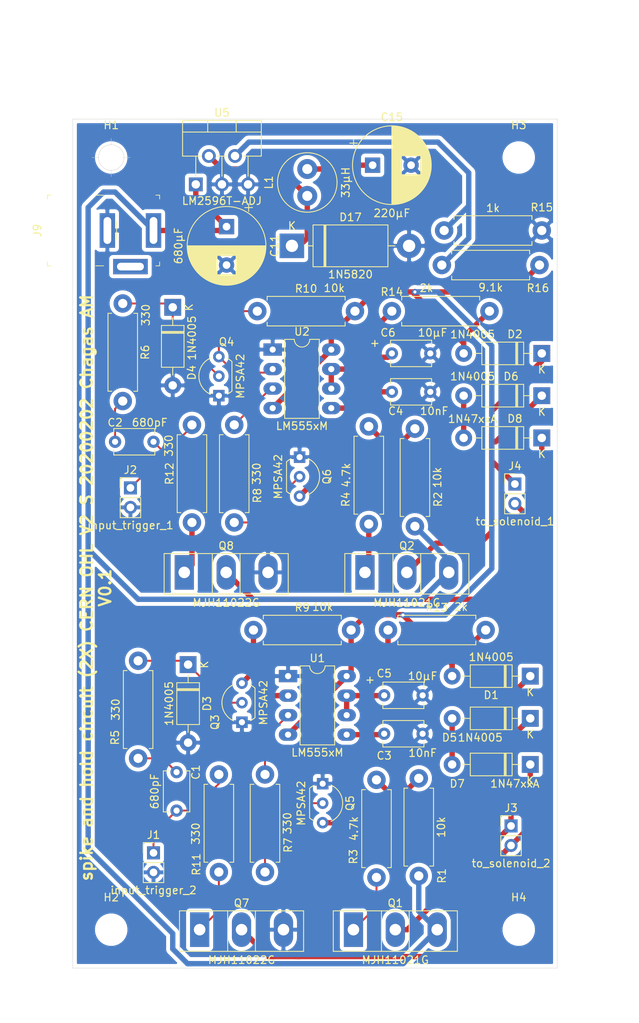
<source format=kicad_pcb>
(kicad_pcb (version 20171130) (host pcbnew 5.1.10-88a1d61d58~88~ubuntu20.04.1)
  (layers (0 F.Cu signal) (31 B.Cu signal) (34 B.Paste user) (35 F.Paste user) (36 B.SilkS user) (37 F.SilkS user) (38 B.Mask user) (39 F.Mask user) (44 Edge.Cuts user))
  (net 0 "")
  (net 1 "Net-(C1-Pad1)")
  (net 2 input_trigger2)
  (net 3 "Net-(C2-Pad1)")
  (net 4 input_trigger1)
  (net 5 "Net-(C3-Pad2)")
  (net 6 GND)
  (net 7 "Net-(C4-Pad2)")
  (net 8 "Net-(C5-Pad1)")
  (net 9 "Net-(C6-Pad1)")
  (net 10 +24V)
  (net 11 +12V)
  (net 12 "Net-(D1-Pad1)")
  (net 13 "Net-(D2-Pad1)")
  (net 14 "Net-(D3-Pad1)")
  (net 15 "Net-(D4-Pad1)")
  (net 16 "Net-(D5-Pad2)")
  (net 17 "Net-(D6-Pad2)")
  (net 18 "Net-(D7-Pad1)")
  (net 19 "Net-(D8-Pad1)")
  (net 20 "Net-(D17-Pad1)")
  (net 21 "Net-(Q1-Pad1)")
  (net 22 "Net-(Q2-Pad1)")
  (net 23 "Net-(Q7-Pad1)")
  (net 24 "Net-(Q8-Pad1)")
  (net 25 "Net-(Q5-Pad3)")
  (net 26 "Net-(Q6-Pad3)")
  (net 27 timed_trigger2)
  (net 28 "Net-(Q5-Pad2)")
  (net 29 "Net-(Q6-Pad2)")
  (net 30 timed_trigger1)
  (net 31 "Net-(Q3-Pad3)")
  (net 32 "Net-(Q4-Pad3)")
  (net 33 "Net-(R15-Pad2)")
  (module MountingHole:MountingHole_3.2mm_M3 (layer F.Cu) (at 162 37.5)
    (fp_text reference H3 (at 0 -4.2) (layer F.SilkS))
    (fp_text value MountingHole hide)
    (pad 1 np_thru_hole circle (at 0 0) (size 3.2 3.2) (drill 3.2) (layers *.Cu *.Mask))
  )
  (module Diode_THT:D_DO-41_SOD81_P10.16mm_Horizontal (layer F.Cu) (at 117 57 270)
    (fp_text reference D4 (at 8.5 -2.47 90) (layer F.SilkS))
    (fp_text value 1N4005 (at 4 -2.5 90) (layer F.SilkS))
    (fp_text user K (at 0 -2.1 90) (layer F.SilkS))
    (pad 1 thru_hole rect (at 0 0 270) (size 2.2 2.2) (drill 1.1) (layers *.Cu *.Mask) (net 15 "Net-(D4-Pad1)"))
    (pad 2 thru_hole oval (at 10.16 0 270) (size 2.2 2.2) (drill 1.1) (layers *.Cu *.Mask) (net 6 GND))
  )
  (module Capacitor_THT:C_Disc_D5.1mm_W3.2mm_P5.00mm (layer F.Cu) (at 117.5 117.5 270)
    (fp_text reference C1 (at 0 -2.5 90) (layer F.SilkS))
    (fp_text value 680pF (at 2.5 2.85 90) (layer F.SilkS))
    (pad 1 thru_hole circle (at 0 0 270) (size 1.6 1.6) (drill 0.8) (layers *.Cu *.Mask) (net 1 "Net-(C1-Pad1)"))
    (pad 2 thru_hole circle (at 5 0 270) (size 1.6 1.6) (drill 0.8) (layers *.Cu *.Mask) (net 2 input_trigger2))
  )
  (module Capacitor_THT:C_Disc_D5.1mm_W3.2mm_P5.00mm (layer F.Cu) (at 109.5 74.5)
    (fp_text reference C2 (at 0 -2.5) (layer F.SilkS))
    (fp_text value 680pF (at 4.5 -2.5) (layer F.SilkS))
    (pad 1 thru_hole circle (at 0 0) (size 1.6 1.6) (drill 0.8) (layers *.Cu *.Mask) (net 3 "Net-(C2-Pad1)"))
    (pad 2 thru_hole circle (at 5 0) (size 1.6 1.6) (drill 0.8) (layers *.Cu *.Mask) (net 4 input_trigger1))
  )
  (module Capacitor_THT:C_Disc_D5.1mm_W3.2mm_P5.00mm (layer F.Cu) (at 149.5 112.5 180)
    (fp_text reference C3 (at 5 -2.85) (layer F.SilkS))
    (fp_text value 10nF (at 0 -2.5) (layer F.SilkS))
    (pad 2 thru_hole circle (at 5 0 180) (size 1.6 1.6) (drill 0.8) (layers *.Cu *.Mask) (net 5 "Net-(C3-Pad2)"))
    (pad 1 thru_hole circle (at 0 0 180) (size 1.6 1.6) (drill 0.8) (layers *.Cu *.Mask) (net 6 GND))
  )
  (module Capacitor_THT:C_Disc_D5.1mm_W3.2mm_P5.00mm (layer F.Cu) (at 150.5 68 180)
    (fp_text reference C4 (at 4.5 -2.5) (layer F.SilkS))
    (fp_text value 10nF (at -0.5 -2.5) (layer F.SilkS))
    (pad 2 thru_hole circle (at 5 0 180) (size 1.6 1.6) (drill 0.8) (layers *.Cu *.Mask) (net 7 "Net-(C4-Pad2)"))
    (pad 1 thru_hole circle (at 0 0 180) (size 1.6 1.6) (drill 0.8) (layers *.Cu *.Mask) (net 6 GND))
  )
  (module Capacitor_THT:C_Disc_D5.1mm_W3.2mm_P5.00mm (layer F.Cu) (at 144.5 107.5)
    (fp_text reference C5 (at 0 -2.85) (layer F.SilkS))
    (fp_text value 10µF (at 5 -2.5) (layer F.SilkS))
    (pad 1 thru_hole circle (at 0 0) (size 1.6 1.6) (drill 0.8) (layers *.Cu *.Mask) (net 8 "Net-(C5-Pad1)"))
    (pad 2 thru_hole circle (at 5 0) (size 1.6 1.6) (drill 0.8) (layers *.Cu *.Mask) (net 6 GND))
  )
  (module Capacitor_THT:C_Disc_D5.1mm_W3.2mm_P5.00mm (layer F.Cu) (at 145.5 63)
    (fp_text reference C6 (at -0.5 -2.7) (layer F.SilkS))
    (fp_text value 10µF (at 5.3 -2.7) (layer F.SilkS))
    (pad 2 thru_hole circle (at 5 0) (size 1.6 1.6) (drill 0.8) (layers *.Cu *.Mask) (net 6 GND))
    (pad 1 thru_hole circle (at 0 0) (size 1.6 1.6) (drill 0.8) (layers *.Cu *.Mask) (net 9 "Net-(C6-Pad1)"))
  )
  (module Capacitor_THT:CP_Radial_D10.0mm_P5.00mm (layer F.Cu) (at 124 46.5 270)
    (fp_text reference C11 (at 2.5 -6.25 90) (layer F.SilkS))
    (fp_text value 680µF (at 2.5 6.25 90) (layer F.SilkS))
    (pad 2 thru_hole circle (at 5 0 270) (size 2 2) (drill 1) (layers *.Cu *.Mask) (net 6 GND))
    (pad 1 thru_hole rect (at 0 0 270) (size 2 2) (drill 1) (layers *.Cu *.Mask) (net 10 +24V))
  )
  (module Capacitor_THT:CP_Radial_D10.0mm_P5.00mm (layer F.Cu) (at 143 38.5)
    (fp_text reference C15 (at 2.5 -6.25) (layer F.SilkS))
    (fp_text value 220µF (at 2.5 6.25) (layer F.SilkS))
    (pad 1 thru_hole rect (at 0 0) (size 2 2) (drill 1) (layers *.Cu *.Mask) (net 11 +12V))
    (pad 2 thru_hole circle (at 5 0) (size 2 2) (drill 1) (layers *.Cu *.Mask) (net 6 GND))
  )
  (module Diode_THT:D_DO-41_SOD81_P10.16mm_Horizontal (layer F.Cu) (at 163.5 105 180)
    (fp_text reference D1 (at 5.08 -2.47) (layer F.SilkS))
    (fp_text value 1N4005 (at 5.08 2.47) (layer F.SilkS))
    (fp_text user K (at 0 -2.1) (layer F.SilkS))
    (pad 2 thru_hole oval (at 10.16 0 180) (size 2.2 2.2) (drill 1.1) (layers *.Cu *.Mask) (net 11 +12V))
    (pad 1 thru_hole rect (at 0 0 180) (size 2.2 2.2) (drill 1.1) (layers *.Cu *.Mask) (net 12 "Net-(D1-Pad1)"))
  )
  (module Diode_THT:D_DO-41_SOD81_P10.16mm_Horizontal (layer F.Cu) (at 165 63 180)
    (fp_text reference D2 (at 3.5 2.5) (layer F.SilkS))
    (fp_text value 1N4005 (at 9 2.47) (layer F.SilkS))
    (fp_text user K (at 0 -2.1) (layer F.SilkS))
    (pad 1 thru_hole rect (at 0 0 180) (size 2.2 2.2) (drill 1.1) (layers *.Cu *.Mask) (net 13 "Net-(D2-Pad1)"))
    (pad 2 thru_hole oval (at 10.16 0 180) (size 2.2 2.2) (drill 1.1) (layers *.Cu *.Mask) (net 11 +12V))
  )
  (module Diode_THT:D_DO-41_SOD81_P10.16mm_Horizontal (layer F.Cu) (at 119 103.5 270)
    (fp_text reference D3 (at 5.08 -2.47 90) (layer F.SilkS))
    (fp_text value 1N4005 (at 5.08 2.47 90) (layer F.SilkS))
    (fp_text user K (at 0 -2.1 90) (layer F.SilkS))
    (pad 2 thru_hole oval (at 10.16 0 270) (size 2.2 2.2) (drill 1.1) (layers *.Cu *.Mask) (net 6 GND))
    (pad 1 thru_hole rect (at 0 0 270) (size 2.2 2.2) (drill 1.1) (layers *.Cu *.Mask) (net 14 "Net-(D3-Pad1)"))
  )
  (module Diode_THT:D_DO-41_SOD81_P10.16mm_Horizontal (layer F.Cu) (at 163.5 110.5 180)
    (fp_text reference D5 (at 10.5 -2.5) (layer F.SilkS))
    (fp_text value 1N4005 (at 6.5 -2.5) (layer F.SilkS))
    (fp_text user K (at 0 -2.1) (layer F.SilkS))
    (pad 2 thru_hole oval (at 10.16 0 180) (size 2.2 2.2) (drill 1.1) (layers *.Cu *.Mask) (net 16 "Net-(D5-Pad2)"))
    (pad 1 thru_hole rect (at 0 0 180) (size 2.2 2.2) (drill 1.1) (layers *.Cu *.Mask) (net 12 "Net-(D1-Pad1)"))
  )
  (module Diode_THT:D_DO-41_SOD81_P10.16mm_Horizontal (layer F.Cu) (at 165 68.5 180)
    (fp_text reference D6 (at 4 2.5) (layer F.SilkS))
    (fp_text value 1N4005 (at 9 2.5) (layer F.SilkS))
    (fp_text user K (at 0 -2.1) (layer F.SilkS))
    (pad 2 thru_hole oval (at 10.16 0 180) (size 2.2 2.2) (drill 1.1) (layers *.Cu *.Mask) (net 17 "Net-(D6-Pad2)"))
    (pad 1 thru_hole rect (at 0 0 180) (size 2.2 2.2) (drill 1.1) (layers *.Cu *.Mask) (net 13 "Net-(D2-Pad1)"))
  )
  (module Diode_THT:D_DO-41_SOD81_P10.16mm_Horizontal (layer F.Cu) (at 163.5 116.5 180)
    (fp_text reference D7 (at 9.5 -2.5) (layer F.SilkS))
    (fp_text value 1N47xxA (at 2 -2.5) (layer F.SilkS))
    (fp_text user K (at 0 -2.1) (layer F.SilkS))
    (pad 1 thru_hole rect (at 0 0 180) (size 2.2 2.2) (drill 1.1) (layers *.Cu *.Mask) (net 18 "Net-(D7-Pad1)"))
    (pad 2 thru_hole oval (at 10.16 0 180) (size 2.2 2.2) (drill 1.1) (layers *.Cu *.Mask) (net 16 "Net-(D5-Pad2)"))
  )
  (module Diode_THT:D_DO-41_SOD81_P10.16mm_Horizontal (layer F.Cu) (at 165 74 180)
    (fp_text reference D8 (at 3.5 2.5) (layer F.SilkS))
    (fp_text value 1N47xxA (at 9 2.47) (layer F.SilkS))
    (fp_text user K (at 0 -2.1) (layer F.SilkS))
    (pad 2 thru_hole oval (at 10.16 0 180) (size 2.2 2.2) (drill 1.1) (layers *.Cu *.Mask) (net 17 "Net-(D6-Pad2)"))
    (pad 1 thru_hole rect (at 0 0 180) (size 2.2 2.2) (drill 1.1) (layers *.Cu *.Mask) (net 19 "Net-(D8-Pad1)"))
  )
  (module Diode_THT:D_DO-201AD_P15.24mm_Horizontal (layer F.Cu) (at 132.5 49)
    (fp_text reference D17 (at 7.62 -3.72) (layer F.SilkS))
    (fp_text value 1N5820 (at 7.62 3.72) (layer F.SilkS))
    (fp_text user K (at 0 -2.6) (layer F.SilkS))
    (pad 1 thru_hole rect (at 0 0) (size 3.2 3.2) (drill 1.6) (layers *.Cu *.Mask) (net 20 "Net-(D17-Pad1)"))
    (pad 2 thru_hole oval (at 15.24 0) (size 3.2 3.2) (drill 1.6) (layers *.Cu *.Mask) (net 6 GND))
  )
  (module Connector_PinHeader_2.54mm:PinHeader_1x02_P2.54mm_Vertical (layer F.Cu) (at 114.5 128)
    (fp_text reference J1 (at 0 -2.33) (layer F.SilkS))
    (fp_text value input_trigger_2 (at 0 4.87) (layer F.SilkS))
    (pad 1 thru_hole rect (at 0 0) (size 1.7 1.7) (drill 1) (layers *.Cu *.Mask) (net 2 input_trigger2))
    (pad 2 thru_hole oval (at 0 2.54) (size 1.7 1.7) (drill 1) (layers *.Cu *.Mask) (net 6 GND))
  )
  (module Connector_PinHeader_2.54mm:PinHeader_1x02_P2.54mm_Vertical (layer F.Cu) (at 111.5 80.5)
    (fp_text reference J2 (at 0 -2.33) (layer F.SilkS))
    (fp_text value input_trigger_1 (at 0 4.87) (layer F.SilkS))
    (pad 1 thru_hole rect (at 0 0) (size 1.7 1.7) (drill 1) (layers *.Cu *.Mask) (net 4 input_trigger1))
    (pad 2 thru_hole oval (at 0 2.54) (size 1.7 1.7) (drill 1) (layers *.Cu *.Mask) (net 6 GND))
  )
  (module Connector_PinHeader_2.54mm:PinHeader_1x02_P2.54mm_Vertical (layer F.Cu) (at 161 124.5)
    (fp_text reference J3 (at 0 -2.33) (layer F.SilkS))
    (fp_text value to_solenoid_2 (at 0 4.87) (layer F.SilkS))
    (pad 1 thru_hole rect (at 0 0) (size 1.7 1.7) (drill 1) (layers *.Cu *.Mask) (net 12 "Net-(D1-Pad1)"))
    (pad 2 thru_hole oval (at 0 2.54) (size 1.7 1.7) (drill 1) (layers *.Cu *.Mask) (net 18 "Net-(D7-Pad1)"))
  )
  (module Connector_PinHeader_2.54mm:PinHeader_1x02_P2.54mm_Vertical (layer F.Cu) (at 161.5 80)
    (fp_text reference J4 (at 0 -2.33) (layer F.SilkS))
    (fp_text value to_solenoid_1 (at 0 4.87) (layer F.SilkS))
    (pad 2 thru_hole oval (at 0 2.54) (size 1.7 1.7) (drill 1) (layers *.Cu *.Mask) (net 19 "Net-(D8-Pad1)"))
    (pad 1 thru_hole rect (at 0 0) (size 1.7 1.7) (drill 1) (layers *.Cu *.Mask) (net 13 "Net-(D2-Pad1)"))
  )
  (module digikey:Barrel_Jack_5.5mmODx2.1mmID_PJ-202A (layer F.Cu) (at 111.5 47 90)
    (fp_text reference J9 (at 0 -12.1 90) (layer F.SilkS))
    (fp_text value Barrel_Jack_MountingPin hide)
    (pad 3 thru_hole rect (at -4.7 0 90) (size 2 4.5) (drill oval 1 3.5) (layers *.Cu *.Mask))
    (pad 1 thru_hole rect (at 0 3 90) (size 4.5 2) (drill oval 3.5 1) (layers *.Cu *.Mask) (net 10 +24V))
    (pad 2 thru_hole rect (at 0 -3 90) (size 4.5 2) (drill oval 3.5 1) (layers *.Cu *.Mask) (net 6 GND))
  )
  (module Inductor_THT:L_Radial_D7.5mm_P3.50mm_Fastron_07P (layer F.Cu) (at 134.5 42.5 90)
    (fp_text reference L1 (at 1.75 -5 90) (layer F.SilkS))
    (fp_text value 33µH (at 1.75 5 90) (layer F.SilkS))
    (pad 1 thru_hole circle (at 0 0 90) (size 2.6 2.6) (drill 1.3) (layers *.Cu *.Mask) (net 20 "Net-(D17-Pad1)"))
    (pad 2 thru_hole circle (at 3.5 0 90) (size 2.6 2.6) (drill 1.3) (layers *.Cu *.Mask) (net 11 +12V))
  )
  (module Package_TO_SOT_THT:TO-247-3_Vertical (layer F.Cu) (at 140.5 138)
    (fp_text reference Q1 (at 5.45 -3.45) (layer F.SilkS))
    (fp_text value MJH11021G (at 5.45 3.95) (layer F.SilkS))
    (pad 3 thru_hole oval (at 10.9 0) (size 2.5 4.5) (drill 1.5) (layers *.Cu *.Mask) (net 10 +24V))
    (pad 2 thru_hole oval (at 5.45 0) (size 2.5 4.5) (drill 1.5) (layers *.Cu *.Mask) (net 12 "Net-(D1-Pad1)"))
    (pad 1 thru_hole rect (at 0 0) (size 2.5 4.5) (drill 1.5) (layers *.Cu *.Mask) (net 21 "Net-(Q1-Pad1)"))
  )
  (module Package_TO_SOT_THT:TO-247-3_Vertical (layer F.Cu) (at 142 91.5)
    (fp_text reference Q2 (at 5.45 -3.45) (layer F.SilkS))
    (fp_text value MJH11021G (at 5.45 3.95) (layer F.SilkS))
    (pad 1 thru_hole rect (at 0 0) (size 2.5 4.5) (drill 1.5) (layers *.Cu *.Mask) (net 22 "Net-(Q2-Pad1)"))
    (pad 2 thru_hole oval (at 5.45 0) (size 2.5 4.5) (drill 1.5) (layers *.Cu *.Mask) (net 13 "Net-(D2-Pad1)"))
    (pad 3 thru_hole oval (at 10.9 0) (size 2.5 4.5) (drill 1.5) (layers *.Cu *.Mask) (net 10 +24V))
  )
  (module Package_TO_SOT_THT:TO-247-3_Vertical (layer F.Cu) (at 120.5 138)
    (fp_text reference Q7 (at 5.45 -3.45) (layer F.SilkS))
    (fp_text value MJH11022G (at 5.45 3.95) (layer F.SilkS))
    (pad 3 thru_hole oval (at 10.9 0) (size 2.5 4.5) (drill 1.5) (layers *.Cu *.Mask) (net 6 GND))
    (pad 2 thru_hole oval (at 5.45 0) (size 2.5 4.5) (drill 1.5) (layers *.Cu *.Mask) (net 18 "Net-(D7-Pad1)"))
    (pad 1 thru_hole rect (at 0 0) (size 2.5 4.5) (drill 1.5) (layers *.Cu *.Mask) (net 23 "Net-(Q7-Pad1)"))
  )
  (module Package_TO_SOT_THT:TO-247-3_Vertical (layer F.Cu) (at 118.5 91.5)
    (fp_text reference Q8 (at 5.45 -3.45) (layer F.SilkS))
    (fp_text value MJH11022G (at 5.45 3.95) (layer F.SilkS))
    (pad 3 thru_hole oval (at 10.9 0) (size 2.5 4.5) (drill 1.5) (layers *.Cu *.Mask) (net 6 GND))
    (pad 2 thru_hole oval (at 5.45 0) (size 2.5 4.5) (drill 1.5) (layers *.Cu *.Mask) (net 19 "Net-(D8-Pad1)"))
    (pad 1 thru_hole rect (at 0 0) (size 2.5 4.5) (drill 1.5) (layers *.Cu *.Mask) (net 24 "Net-(Q8-Pad1)"))
  )
  (module Resistor_THT:R_Axial_DIN0411_L9.9mm_D3.6mm_P12.70mm_Horizontal (layer F.Cu) (at 149 131 90)
    (fp_text reference R1 (at 0 3 90) (layer F.SilkS))
    (fp_text value 10k (at 6.35 2.92 90) (layer F.SilkS))
    (pad 1 thru_hole circle (at 0 0 90) (size 2.4 2.4) (drill 1.2) (layers *.Cu *.Mask) (net 10 +24V))
    (pad 2 thru_hole oval (at 12.7 0 90) (size 2.4 2.4) (drill 1.2) (layers *.Cu *.Mask) (net 25 "Net-(Q5-Pad3)"))
  )
  (module Resistor_THT:R_Axial_DIN0411_L9.9mm_D3.6mm_P12.70mm_Horizontal (layer F.Cu) (at 148.5 85.5 90)
    (fp_text reference R2 (at 3.5 3 90) (layer F.SilkS))
    (fp_text value 10k (at 6.35 2.92 90) (layer F.SilkS))
    (pad 2 thru_hole oval (at 12.7 0 90) (size 2.4 2.4) (drill 1.2) (layers *.Cu *.Mask) (net 26 "Net-(Q6-Pad3)"))
    (pad 1 thru_hole circle (at 0 0 90) (size 2.4 2.4) (drill 1.2) (layers *.Cu *.Mask) (net 10 +24V))
  )
  (module Resistor_THT:R_Axial_DIN0411_L9.9mm_D3.6mm_P12.70mm_Horizontal (layer F.Cu) (at 143.5 118.5 270)
    (fp_text reference R3 (at 10 3 90) (layer F.SilkS))
    (fp_text value 4.7k (at 6.35 2.92 90) (layer F.SilkS))
    (pad 2 thru_hole oval (at 12.7 0 270) (size 2.4 2.4) (drill 1.2) (layers *.Cu *.Mask) (net 21 "Net-(Q1-Pad1)"))
    (pad 1 thru_hole circle (at 0 0 270) (size 2.4 2.4) (drill 1.2) (layers *.Cu *.Mask) (net 25 "Net-(Q5-Pad3)"))
  )
  (module Resistor_THT:R_Axial_DIN0411_L9.9mm_D3.6mm_P12.70mm_Horizontal (layer F.Cu) (at 142.5 72.5 270)
    (fp_text reference R4 (at 9.5 3 90) (layer F.SilkS))
    (fp_text value 4.7k (at 6.35 2.92 90) (layer F.SilkS))
    (pad 1 thru_hole circle (at 0 0 270) (size 2.4 2.4) (drill 1.2) (layers *.Cu *.Mask) (net 26 "Net-(Q6-Pad3)"))
    (pad 2 thru_hole oval (at 12.7 0 270) (size 2.4 2.4) (drill 1.2) (layers *.Cu *.Mask) (net 22 "Net-(Q2-Pad1)"))
  )
  (module Resistor_THT:R_Axial_DIN0411_L9.9mm_D3.6mm_P12.70mm_Horizontal (layer F.Cu) (at 112.5 103 270)
    (fp_text reference R5 (at 10 3 90) (layer F.SilkS))
    (fp_text value 330 (at 6.35 2.92 90) (layer F.SilkS))
    (pad 2 thru_hole oval (at 12.7 0 270) (size 2.4 2.4) (drill 1.2) (layers *.Cu *.Mask) (net 1 "Net-(C1-Pad1)"))
    (pad 1 thru_hole circle (at 0 0 270) (size 2.4 2.4) (drill 1.2) (layers *.Cu *.Mask) (net 14 "Net-(D3-Pad1)"))
  )
  (module Resistor_THT:R_Axial_DIN0411_L9.9mm_D3.6mm_P12.70mm_Horizontal (layer F.Cu) (at 110.5 56.5 270)
    (fp_text reference R6 (at 6.35 -2.92 90) (layer F.SilkS))
    (fp_text value 330 (at 1.5 -3 90) (layer F.SilkS))
    (pad 1 thru_hole circle (at 0 0 270) (size 2.4 2.4) (drill 1.2) (layers *.Cu *.Mask) (net 15 "Net-(D4-Pad1)"))
    (pad 2 thru_hole oval (at 12.7 0 270) (size 2.4 2.4) (drill 1.2) (layers *.Cu *.Mask) (net 3 "Net-(C2-Pad1)"))
  )
  (module Resistor_THT:R_Axial_DIN0411_L9.9mm_D3.6mm_P12.70mm_Horizontal (layer F.Cu) (at 129 130.5 90)
    (fp_text reference R7 (at 3.5 3 90) (layer F.SilkS))
    (fp_text value 330 (at 6.35 2.92 90) (layer F.SilkS))
    (pad 2 thru_hole oval (at 12.7 0 90) (size 2.4 2.4) (drill 1.2) (layers *.Cu *.Mask) (net 27 timed_trigger2))
    (pad 1 thru_hole circle (at 0 0 90) (size 2.4 2.4) (drill 1.2) (layers *.Cu *.Mask) (net 28 "Net-(Q5-Pad2)"))
  )
  (module Resistor_THT:R_Axial_DIN0411_L9.9mm_D3.6mm_P12.70mm_Horizontal (layer F.Cu) (at 125 85 90)
    (fp_text reference R8 (at 3.5 3 90) (layer F.SilkS))
    (fp_text value 330 (at 6.35 2.92 90) (layer F.SilkS))
    (pad 1 thru_hole circle (at 0 0 90) (size 2.4 2.4) (drill 1.2) (layers *.Cu *.Mask) (net 29 "Net-(Q6-Pad2)"))
    (pad 2 thru_hole oval (at 12.7 0 90) (size 2.4 2.4) (drill 1.2) (layers *.Cu *.Mask) (net 30 timed_trigger1))
  )
  (module Resistor_THT:R_Axial_DIN0411_L9.9mm_D3.6mm_P12.70mm_Horizontal (layer F.Cu) (at 127.5 99)
    (fp_text reference R9 (at 6.35 -2.92) (layer F.SilkS))
    (fp_text value 10k (at 9 -3) (layer F.SilkS))
    (pad 1 thru_hole circle (at 0 0) (size 2.4 2.4) (drill 1.2) (layers *.Cu *.Mask) (net 31 "Net-(Q3-Pad3)"))
    (pad 2 thru_hole oval (at 12.7 0) (size 2.4 2.4) (drill 1.2) (layers *.Cu *.Mask) (net 11 +12V))
  )
  (module Resistor_THT:R_Axial_DIN0411_L9.9mm_D3.6mm_P12.70mm_Horizontal (layer F.Cu) (at 128 57.5)
    (fp_text reference R10 (at 6.35 -2.92) (layer F.SilkS))
    (fp_text value 10k (at 10 -3) (layer F.SilkS))
    (pad 2 thru_hole oval (at 12.7 0) (size 2.4 2.4) (drill 1.2) (layers *.Cu *.Mask) (net 11 +12V))
    (pad 1 thru_hole circle (at 0 0) (size 2.4 2.4) (drill 1.2) (layers *.Cu *.Mask) (net 32 "Net-(Q4-Pad3)"))
  )
  (module Resistor_THT:R_Axial_DIN0411_L9.9mm_D3.6mm_P12.70mm_Horizontal (layer F.Cu) (at 123 130.5 90)
    (fp_text reference R11 (at 1 -2.92 90) (layer F.SilkS))
    (fp_text value 330 (at 5 -3 90) (layer F.SilkS))
    (pad 1 thru_hole circle (at 0 0 90) (size 2.4 2.4) (drill 1.2) (layers *.Cu *.Mask) (net 23 "Net-(Q7-Pad1)"))
    (pad 2 thru_hole oval (at 12.7 0 90) (size 2.4 2.4) (drill 1.2) (layers *.Cu *.Mask) (net 2 input_trigger2))
  )
  (module Resistor_THT:R_Axial_DIN0411_L9.9mm_D3.6mm_P12.70mm_Horizontal (layer F.Cu) (at 119.5 85 90)
    (fp_text reference R12 (at 6.35 -2.92 90) (layer F.SilkS))
    (fp_text value 330 (at 10 -3 90) (layer F.SilkS))
    (pad 2 thru_hole oval (at 12.7 0 90) (size 2.4 2.4) (drill 1.2) (layers *.Cu *.Mask) (net 4 input_trigger1))
    (pad 1 thru_hole circle (at 0 0 90) (size 2.4 2.4) (drill 1.2) (layers *.Cu *.Mask) (net 24 "Net-(Q8-Pad1)"))
  )
  (module Resistor_THT:R_Axial_DIN0411_L9.9mm_D3.6mm_P12.70mm_Horizontal (layer F.Cu) (at 145 99)
    (fp_text reference R13 (at 6.35 -2.92) (layer F.SilkS))
    (fp_text value 2k (at 9.5 -3) (layer F.SilkS))
    (pad 2 thru_hole oval (at 12.7 0) (size 2.4 2.4) (drill 1.2) (layers *.Cu *.Mask) (net 11 +12V))
    (pad 1 thru_hole circle (at 0 0) (size 2.4 2.4) (drill 1.2) (layers *.Cu *.Mask) (net 8 "Net-(C5-Pad1)"))
  )
  (module Resistor_THT:R_Axial_DIN0411_L9.9mm_D3.6mm_P12.70mm_Horizontal (layer F.Cu) (at 145.5 57.5)
    (fp_text reference R14 (at 0 -2.5) (layer F.SilkS))
    (fp_text value 2k (at 4.5 -3) (layer F.SilkS))
    (pad 1 thru_hole circle (at 0 0) (size 2.4 2.4) (drill 1.2) (layers *.Cu *.Mask) (net 9 "Net-(C6-Pad1)"))
    (pad 2 thru_hole oval (at 12.7 0) (size 2.4 2.4) (drill 1.2) (layers *.Cu *.Mask) (net 11 +12V))
  )
  (module Package_DIP:DIP-8_W7.62mm_LongPads (layer F.Cu) (at 132 105)
    (fp_text reference U1 (at 3.81 -2.33) (layer F.SilkS))
    (fp_text value LM555xM (at 3.81 9.95) (layer F.SilkS))
    (pad 1 thru_hole rect (at 0 0) (size 2.4 1.6) (drill 0.8) (layers *.Cu *.Mask) (net 6 GND))
    (pad 5 thru_hole oval (at 7.62 7.62) (size 2.4 1.6) (drill 0.8) (layers *.Cu *.Mask) (net 5 "Net-(C3-Pad2)"))
    (pad 2 thru_hole oval (at 0 2.54) (size 2.4 1.6) (drill 0.8) (layers *.Cu *.Mask) (net 31 "Net-(Q3-Pad3)"))
    (pad 6 thru_hole oval (at 7.62 5.08) (size 2.4 1.6) (drill 0.8) (layers *.Cu *.Mask) (net 8 "Net-(C5-Pad1)"))
    (pad 3 thru_hole oval (at 0 5.08) (size 2.4 1.6) (drill 0.8) (layers *.Cu *.Mask) (net 27 timed_trigger2))
    (pad 7 thru_hole oval (at 7.62 2.54) (size 2.4 1.6) (drill 0.8) (layers *.Cu *.Mask) (net 8 "Net-(C5-Pad1)"))
    (pad 4 thru_hole oval (at 0 7.62) (size 2.4 1.6) (drill 0.8) (layers *.Cu *.Mask) (net 11 +12V))
    (pad 8 thru_hole oval (at 7.62 0) (size 2.4 1.6) (drill 0.8) (layers *.Cu *.Mask) (net 11 +12V))
  )
  (module Package_DIP:DIP-8_W7.62mm_LongPads (layer F.Cu) (at 130 62.5)
    (fp_text reference U2 (at 3.81 -2.33) (layer F.SilkS))
    (fp_text value LM555xM (at 3.81 9.95) (layer F.SilkS))
    (pad 1 thru_hole rect (at 0 0) (size 2.4 1.6) (drill 0.8) (layers *.Cu *.Mask) (net 6 GND))
    (pad 5 thru_hole oval (at 7.62 7.62) (size 2.4 1.6) (drill 0.8) (layers *.Cu *.Mask) (net 7 "Net-(C4-Pad2)"))
    (pad 2 thru_hole oval (at 0 2.54) (size 2.4 1.6) (drill 0.8) (layers *.Cu *.Mask) (net 32 "Net-(Q4-Pad3)"))
    (pad 6 thru_hole oval (at 7.62 5.08) (size 2.4 1.6) (drill 0.8) (layers *.Cu *.Mask) (net 9 "Net-(C6-Pad1)"))
    (pad 3 thru_hole oval (at 0 5.08) (size 2.4 1.6) (drill 0.8) (layers *.Cu *.Mask) (net 30 timed_trigger1))
    (pad 7 thru_hole oval (at 7.62 2.54) (size 2.4 1.6) (drill 0.8) (layers *.Cu *.Mask) (net 9 "Net-(C6-Pad1)"))
    (pad 4 thru_hole oval (at 0 7.62) (size 2.4 1.6) (drill 0.8) (layers *.Cu *.Mask) (net 11 +12V))
    (pad 8 thru_hole oval (at 7.62 0) (size 2.4 1.6) (drill 0.8) (layers *.Cu *.Mask) (net 11 +12V))
  )
  (module Package_TO_SOT_THT:TO-92L_Inline_Wide (layer F.Cu) (at 126 111 90)
    (fp_text reference Q3 (at 0 -3.5 90) (layer F.SilkS))
    (fp_text value MPSA42 (at 2.54 2.79 90) (layer F.SilkS))
    (pad 2 thru_hole circle (at 2.54 0 90) (size 1.5 1.5) (drill 0.8) (layers *.Cu *.Mask) (net 14 "Net-(D3-Pad1)"))
    (pad 3 thru_hole circle (at 5.08 0 90) (size 1.5 1.5) (drill 0.8) (layers *.Cu *.Mask) (net 31 "Net-(Q3-Pad3)"))
    (pad 1 thru_hole rect (at 0 0 90) (size 1.5 1.5) (drill 0.8) (layers *.Cu *.Mask) (net 6 GND))
  )
  (module Package_TO_SOT_THT:TO-92L_Inline_Wide (layer F.Cu) (at 123 68.5 90)
    (fp_text reference Q4 (at 7 1 180) (layer F.SilkS))
    (fp_text value MPSA42 (at 2.54 2.79 90) (layer F.SilkS))
    (pad 1 thru_hole rect (at 0 0 90) (size 1.5 1.5) (drill 0.8) (layers *.Cu *.Mask) (net 6 GND))
    (pad 3 thru_hole circle (at 5.08 0 90) (size 1.5 1.5) (drill 0.8) (layers *.Cu *.Mask) (net 32 "Net-(Q4-Pad3)"))
    (pad 2 thru_hole circle (at 2.54 0 90) (size 1.5 1.5) (drill 0.8) (layers *.Cu *.Mask) (net 15 "Net-(D4-Pad1)"))
  )
  (module Package_TO_SOT_THT:TO-92L_Inline_Wide (layer F.Cu) (at 136.5 119 270)
    (fp_text reference Q5 (at 2.54 -3.56 90) (layer F.SilkS))
    (fp_text value MPSA42 (at 2.54 2.79 90) (layer F.SilkS))
    (pad 1 thru_hole rect (at 0 0 270) (size 1.5 1.5) (drill 0.8) (layers *.Cu *.Mask) (net 6 GND))
    (pad 3 thru_hole circle (at 5.08 0 270) (size 1.5 1.5) (drill 0.8) (layers *.Cu *.Mask) (net 25 "Net-(Q5-Pad3)"))
    (pad 2 thru_hole circle (at 2.54 0 270) (size 1.5 1.5) (drill 0.8) (layers *.Cu *.Mask) (net 28 "Net-(Q5-Pad2)"))
  )
  (module Package_TO_SOT_THT:TO-92L_Inline_Wide (layer F.Cu) (at 133.5 76.5 270)
    (fp_text reference Q6 (at 2.54 -3.56 90) (layer F.SilkS))
    (fp_text value MPSA42 (at 2.54 2.79 90) (layer F.SilkS))
    (pad 1 thru_hole rect (at 0 0 270) (size 1.5 1.5) (drill 0.8) (layers *.Cu *.Mask) (net 6 GND))
    (pad 3 thru_hole circle (at 5.08 0 270) (size 1.5 1.5) (drill 0.8) (layers *.Cu *.Mask) (net 26 "Net-(Q6-Pad3)"))
    (pad 2 thru_hole circle (at 2.54 0 270) (size 1.5 1.5) (drill 0.8) (layers *.Cu *.Mask) (net 29 "Net-(Q6-Pad2)"))
  )
  (module Resistor_THT:R_Axial_DIN0411_L9.9mm_D3.6mm_P12.70mm_Horizontal (layer F.Cu) (at 165 47 180)
    (fp_text reference R15 (at 0 3) (layer F.SilkS))
    (fp_text value 1k (at 6.35 2.92) (layer F.SilkS))
    (pad 2 thru_hole oval (at 12.7 0 180) (size 2.4 2.4) (drill 1.2) (layers *.Cu *.Mask) (net 33 "Net-(R15-Pad2)"))
    (pad 1 thru_hole circle (at 0 0 180) (size 2.4 2.4) (drill 1.2) (layers *.Cu *.Mask) (net 6 GND))
  )
  (module Resistor_THT:R_Axial_DIN0411_L9.9mm_D3.6mm_P12.70mm_Horizontal (layer F.Cu) (at 152 51.5)
    (fp_text reference R16 (at 12.5 3) (layer F.SilkS))
    (fp_text value 9.1k (at 6.35 2.92) (layer F.SilkS))
    (pad 1 thru_hole circle (at 0 0) (size 2.4 2.4) (drill 1.2) (layers *.Cu *.Mask) (net 33 "Net-(R15-Pad2)"))
    (pad 2 thru_hole oval (at 12.7 0) (size 2.4 2.4) (drill 1.2) (layers *.Cu *.Mask) (net 11 +12V))
  )
  (module Package_TO_SOT_THT:TO-220-5_P3.4x3.7mm_StaggerOdd_Lead3.8mm_Vertical (layer F.Cu) (at 120 41)
    (fp_text reference U5 (at 3.4 -9.32) (layer F.SilkS))
    (fp_text value LM2596T-ADJ (at 3.4 2.15) (layer F.SilkS))
    (pad 1 thru_hole rect (at 0 0) (size 1.8 1.8) (drill 1.1) (layers *.Cu *.Mask) (net 10 +24V))
    (pad 2 thru_hole oval (at 1.7 -3.7) (size 1.8 1.8) (drill 1.1) (layers *.Cu *.Mask) (net 20 "Net-(D17-Pad1)"))
    (pad 3 thru_hole oval (at 3.4 0) (size 1.8 1.8) (drill 1.1) (layers *.Cu *.Mask) (net 6 GND))
    (pad 4 thru_hole oval (at 5.1 -3.7) (size 1.8 1.8) (drill 1.1) (layers *.Cu *.Mask) (net 33 "Net-(R15-Pad2)"))
    (pad 5 thru_hole oval (at 6.8 0) (size 1.8 1.8) (drill 1.1) (layers *.Cu *.Mask) (net 6 GND))
  )
  (module MountingHole:MountingHole_3.2mm_M3 (layer F.Cu) (at 109 37.5)
    (fp_text reference H1 (at 0 -4.2) (layer F.SilkS))
    (fp_text value MountingHole hide)
    (pad 1 np_thru_hole circle (at 0 0) (size 3.2 3.2) (drill 3.2) (layers *.Cu *.Mask))
  )
  (module MountingHole:MountingHole_3.2mm_M3 (layer F.Cu) (at 109 138)
    (fp_text reference H2 (at 0 -4.2) (layer F.SilkS))
    (fp_text value MountingHole hide)
    (pad 1 np_thru_hole circle (at 0 0) (size 3.2 3.2) (drill 3.2) (layers *.Cu *.Mask))
  )
  (module MountingHole:MountingHole_3.2mm_M3 (layer F.Cu) (at 162 138)
    (fp_text reference H4 (at 0 -4.2) (layer F.SilkS))
    (fp_text value MountingHole hide)
    (pad 1 np_thru_hole circle (at 0 0) (size 3.2 3.2) (drill 3.2) (layers *.Cu *.Mask))
  )
  (gr_text + (at 142.655 105.445) (layer F.SilkS) (effects (font (size 1 1))))
  (gr_text + (at 143.29 61.63) (layer F.SilkS) (effects (font (size 1 1))))
  (target plus (at 109 37.5) (size 5) (width 0.05) (layer Edge.Cuts))
  (gr_text "spike and hold circuit (2X) CERN OHL V2 S 20200202 Chagas AM\nV0.1\n" (at 107 93.5 90) (layer F.SilkS) (effects (font (size 1.5 1.5) (thickness 0.3))))
  (gr_line (start 104 143) (end 104 32.5) (layer Edge.Cuts) (width 0.05))
  (gr_line (start 167 143) (end 104 143) (layer Edge.Cuts) (width 0.05))
  (gr_line (start 167 32.5) (end 167 143) (layer Edge.Cuts) (width 0.05))
  (gr_line (start 104 32.5) (end 167 32.5) (layer Edge.Cuts) (width 0.05))
  (segment (start 115.7 115.7) (end 117.5 117.5) (width 0.25) (layer F.Cu) (net 1))
  (segment (start 112.5 115.7) (end 115.7 115.7) (width 0.25) (layer F.Cu) (net 1))
  (segment (start 114.5 125.5) (end 117.5 122.5) (width 0.25) (layer F.Cu) (net 2))
  (segment (start 114.5 128) (end 114.5 125.5) (width 0.25) (layer F.Cu) (net 2))
  (segment (start 117.5 122.5) (end 119.5 122.5) (width 0.25) (layer F.Cu) (net 2))
  (segment (start 123 119) (end 123 117.8) (width 0.25) (layer F.Cu) (net 2))
  (segment (start 119.5 122.5) (end 123 119) (width 0.25) (layer F.Cu) (net 2))
  (segment (start 109.5 70.2) (end 110.5 69.2) (width 0.25) (layer F.Cu) (net 3))
  (segment (start 109.5 74.5) (end 109.5 70.2) (width 0.25) (layer F.Cu) (net 3))
  (segment (start 119.5 72.5) (end 119.5 72.3) (width 0.25) (layer F.Cu) (net 4))
  (segment (start 114.5 74.5) (end 115.5 75.5) (width 0.25) (layer F.Cu) (net 4))
  (segment (start 116.5 75.5) (end 117 75) (width 0.25) (layer F.Cu) (net 4))
  (segment (start 115.5 75.5) (end 116.5 75.5) (width 0.25) (layer F.Cu) (net 4))
  (segment (start 117 75) (end 119.5 72.5) (width 0.25) (layer F.Cu) (net 4))
  (segment (start 111.5 80.5) (end 117 75) (width 0.25) (layer F.Cu) (net 4))
  (segment (start 144.38 112.62) (end 144.5 112.5) (width 0.7) (layer F.Cu) (net 5))
  (segment (start 139.62 112.62) (end 144.38 112.62) (width 0.7) (layer F.Cu) (net 5))
  (segment (start 137.62 70.12) (end 139.38 70.12) (width 0.7) (layer F.Cu) (net 7))
  (segment (start 141.5 68) (end 145.5 68) (width 0.7) (layer F.Cu) (net 7))
  (segment (start 139.38 70.12) (end 141.5 68) (width 0.7) (layer F.Cu) (net 7))
  (segment (start 139.62 107.54) (end 139.62 110.08) (width 0.7) (layer F.Cu) (net 8))
  (segment (start 144.46 107.54) (end 144.5 107.5) (width 0.7) (layer F.Cu) (net 8))
  (segment (start 145 99) (end 145 104.58) (width 0.7) (layer F.Cu) (net 8))
  (segment (start 142.04 107.54) (end 144.46 107.54) (width 0.7) (layer F.Cu) (net 8))
  (segment (start 145 104.58) (end 142.04 107.54) (width 0.7) (layer F.Cu) (net 8))
  (segment (start 139.62 107.54) (end 142.04 107.54) (width 0.7) (layer F.Cu) (net 8))
  (segment (start 145.5 57.5) (end 142 61) (width 0.7) (layer F.Cu) (net 9))
  (segment (start 142 61) (end 142 63.5) (width 0.7) (layer F.Cu) (net 9))
  (segment (start 140.46 65.04) (end 137.62 65.04) (width 0.7) (layer F.Cu) (net 9))
  (segment (start 142 63.5) (end 140.46 65.04) (width 0.7) (layer F.Cu) (net 9))
  (segment (start 145 63.5) (end 145.5 63) (width 0.7) (layer F.Cu) (net 9))
  (segment (start 142 63.5) (end 145 63.5) (width 0.7) (layer F.Cu) (net 9))
  (segment (start 137.62 67.58) (end 137.62 65.04) (width 0.7) (layer F.Cu) (net 9))
  (segment (start 123.5 47) (end 124 46.5) (width 0.7) (layer F.Cu) (net 10))
  (segment (start 114.5 47) (end 123.5 47) (width 0.7) (layer F.Cu) (net 10))
  (segment (start 108 42) (end 106 44) (width 0.7) (layer B.Cu) (net 10))
  (segment (start 109.5 42) (end 108 42) (width 0.7) (layer B.Cu) (net 10))
  (segment (start 114.5 47) (end 109.5 42) (width 0.7) (layer B.Cu) (net 10))
  (segment (start 106 44) (end 106 88.5) (width 0.7) (layer B.Cu) (net 10))
  (segment (start 120 42.5) (end 124 46.5) (width 0.7) (layer F.Cu) (net 10))
  (segment (start 120 41) (end 120 42.5) (width 0.7) (layer F.Cu) (net 10))
  (segment (start 117 138.5) (end 106 127.5) (width 0.7) (layer B.Cu) (net 10))
  (segment (start 106 88.5) (end 106 127.5) (width 0.7) (layer B.Cu) (net 10))
  (segment (start 118.92499 142.42499) (end 119.5 142.42499) (width 0.7) (layer B.Cu) (net 10))
  (segment (start 117 140.5) (end 118.92499 142.42499) (width 0.7) (layer B.Cu) (net 10))
  (segment (start 117 138.5) (end 117 140.5) (width 0.7) (layer B.Cu) (net 10))
  (segment (start 149.4 95) (end 152.9 91.5) (width 0.7) (layer B.Cu) (net 10))
  (segment (start 112.5 95) (end 149.4 95) (width 0.7) (layer B.Cu) (net 10))
  (segment (start 106 88.5) (end 112.5 95) (width 0.7) (layer B.Cu) (net 10))
  (segment (start 152.9 89.9) (end 148.5 85.5) (width 0.7) (layer B.Cu) (net 10))
  (segment (start 152.9 91.5) (end 152.9 89.9) (width 0.7) (layer B.Cu) (net 10))
  (segment (start 144.47501 142.42499) (end 118.92499 142.42499) (width 0.7) (layer B.Cu) (net 10))
  (segment (start 146.97501 142.42499) (end 151.4 138) (width 0.7) (layer B.Cu) (net 10))
  (segment (start 144.47501 142.42499) (end 146.97501 142.42499) (width 0.7) (layer B.Cu) (net 10))
  (segment (start 149 135.6) (end 151.4 138) (width 0.7) (layer B.Cu) (net 10))
  (segment (start 149 131) (end 149 135.6) (width 0.7) (layer B.Cu) (net 10))
  (segment (start 137.62 60.58) (end 140.7 57.5) (width 0.7) (layer F.Cu) (net 11))
  (segment (start 137.62 62.5) (end 137.62 60.58) (width 0.7) (layer F.Cu) (net 11))
  (segment (start 154.84 60.86) (end 158.2 57.5) (width 0.7) (layer F.Cu) (net 11))
  (segment (start 140.7 57.5) (end 143.2 55) (width 0.7) (layer F.Cu) (net 11))
  (segment (start 148.18 55) (end 154.84 61.66) (width 0.7) (layer F.Cu) (net 11))
  (segment (start 154.84 61.66) (end 154.84 60.86) (width 0.7) (layer F.Cu) (net 11))
  (segment (start 154.84 63) (end 154.84 61.66) (width 0.7) (layer F.Cu) (net 11))
  (segment (start 140.2 99) (end 140.2 104.42) (width 0.7) (layer F.Cu) (net 11))
  (segment (start 132 112.62) (end 139.62 105) (width 0.7) (layer F.Cu) (net 11))
  (segment (start 153.34 103.36) (end 153.34 105) (width 0.7) (layer F.Cu) (net 11))
  (segment (start 157.7 99) (end 153.34 103.36) (width 0.7) (layer F.Cu) (net 11))
  (segment (start 139.62 105) (end 140.2 104.42) (width 0.7) (layer F.Cu) (net 11))
  (segment (start 140.2 99) (end 142.2 97) (width 0.7) (layer F.Cu) (net 11))
  (segment (start 153.34 103.444366) (end 153.34 105) (width 0.7) (layer F.Cu) (net 11))
  (segment (start 146.895634 97) (end 146.947817 97.052183) (width 0.7) (layer F.Cu) (net 11))
  (segment (start 142.2 97) (end 146.895634 97) (width 0.7) (layer F.Cu) (net 11))
  (segment (start 130 70.12) (end 137.62 62.5) (width 0.7) (layer F.Cu) (net 11))
  (segment (start 134.5 39) (end 137 39) (width 0.7) (layer F.Cu) (net 11))
  (segment (start 137 39) (end 138.5 40.5) (width 0.7) (layer F.Cu) (net 11))
  (segment (start 147.5 55) (end 148.18 55) (width 0.7) (layer F.Cu) (net 11))
  (segment (start 138.5 46) (end 147.5 55) (width 0.7) (layer F.Cu) (net 11))
  (segment (start 143.2 55) (end 147.5 55) (width 0.7) (layer F.Cu) (net 11))
  (segment (start 138.5 40.5) (end 138.5 46) (width 0.7) (layer F.Cu) (net 11))
  (segment (start 140.5 38.5) (end 143 38.5) (width 0.7) (layer F.Cu) (net 11))
  (segment (start 138.5 40.5) (end 140.5 38.5) (width 0.7) (layer F.Cu) (net 11))
  (segment (start 161.2 55) (end 164.7 51.5) (width 0.7) (layer F.Cu) (net 11))
  (segment (start 148.18 55) (end 148.5 55) (width 0.7) (layer F.Cu) (net 11))
  (segment (start 148.5 55) (end 161.2 55) (width 0.7) (layer F.Cu) (net 11))
  (via (at 148.5 55) (size 0.8) (drill 0.4) (layers F.Cu B.Cu) (net 11))
  (segment (start 148.5 55) (end 151.5 55) (width 0.7) (layer B.Cu) (net 11))
  (segment (start 151.5 55) (end 158.5 62) (width 0.7) (layer B.Cu) (net 11))
  (segment (start 158.5 62) (end 158.5 91) (width 0.7) (layer B.Cu) (net 11))
  (segment (start 146.947817 97.052183) (end 153.34 103.444366) (width 0.7) (layer F.Cu) (net 11))
  (via (at 146.947817 97.052183) (size 0.8) (drill 0.4) (layers F.Cu B.Cu) (net 11))
  (segment (start 152.447817 97.052183) (end 146.947817 97.052183) (width 0.7) (layer B.Cu) (net 11))
  (segment (start 158.5 91) (end 152.447817 97.052183) (width 0.7) (layer B.Cu) (net 11))
  (segment (start 161 113) (end 163.5 110.5) (width 0.7) (layer F.Cu) (net 12))
  (segment (start 161 107.5) (end 163.5 105) (width 0.7) (layer F.Cu) (net 12))
  (segment (start 161 113) (end 161 107.5) (width 0.7) (layer F.Cu) (net 12))
  (segment (start 161 124.5) (end 161 113) (width 0.7) (layer F.Cu) (net 12))
  (segment (start 161 124.5) (end 151.4 134.1) (width 0.7) (layer F.Cu) (net 12))
  (segment (start 147.5 138) (end 151.4 134.1) (width 0.7) (layer F.Cu) (net 12))
  (segment (start 145.95 138) (end 147.5 138) (width 0.7) (layer F.Cu) (net 12))
  (segment (start 165 64) (end 158.5 70.5) (width 0.7) (layer F.Cu) (net 13))
  (segment (start 165 63) (end 165 64) (width 0.7) (layer F.Cu) (net 13))
  (segment (start 158.5 77) (end 161.5 80) (width 0.7) (layer F.Cu) (net 13))
  (segment (start 158.5 70.5) (end 158.5 73.5) (width 0.7) (layer F.Cu) (net 13))
  (segment (start 159 74.5) (end 165 68.5) (width 0.7) (layer F.Cu) (net 13))
  (segment (start 158.5 74.5) (end 159 74.5) (width 0.7) (layer F.Cu) (net 13))
  (segment (start 158.5 73.5) (end 158.5 74.5) (width 0.7) (layer F.Cu) (net 13))
  (segment (start 158.5 74.5) (end 158.5 77) (width 0.7) (layer F.Cu) (net 13))
  (segment (start 151.25 87.7) (end 147.45 91.5) (width 0.7) (layer F.Cu) (net 13))
  (segment (start 157 87.7) (end 151.25 87.7) (width 0.7) (layer F.Cu) (net 13))
  (segment (start 158.5 86.2) (end 157 87.7) (width 0.7) (layer F.Cu) (net 13))
  (segment (start 158.5 73.5) (end 158.5 86.2) (width 0.7) (layer F.Cu) (net 13))
  (segment (start 118.5 103) (end 119 103.5) (width 0.25) (layer F.Cu) (net 14))
  (segment (start 112.5 103) (end 118.5 103) (width 0.25) (layer F.Cu) (net 14))
  (segment (start 123.96 108.46) (end 119 103.5) (width 0.25) (layer F.Cu) (net 14))
  (segment (start 126 108.46) (end 123.96 108.46) (width 0.25) (layer F.Cu) (net 14))
  (segment (start 116.5 56.5) (end 117 57) (width 0.25) (layer F.Cu) (net 15))
  (segment (start 110.5 56.5) (end 116.5 56.5) (width 0.25) (layer F.Cu) (net 15))
  (segment (start 117 59.96) (end 123 65.96) (width 0.25) (layer F.Cu) (net 15))
  (segment (start 117 57) (end 117 59.96) (width 0.25) (layer F.Cu) (net 15))
  (segment (start 153.34 110.5) (end 153.34 116.5) (width 0.7) (layer F.Cu) (net 16))
  (segment (start 154.84 68.5) (end 154.84 74) (width 0.7) (layer F.Cu) (net 17))
  (segment (start 163.5 124.54) (end 163.5 116.5) (width 0.7) (layer F.Cu) (net 18))
  (segment (start 161 127.04) (end 163.5 124.54) (width 0.7) (layer F.Cu) (net 18))
  (segment (start 159 129.04) (end 161 127.04) (width 0.7) (layer F.Cu) (net 18))
  (segment (start 129.45 141.5) (end 133.5 141.5) (width 0.7) (layer F.Cu) (net 18))
  (segment (start 125.95 138) (end 129.45 141.5) (width 0.7) (layer F.Cu) (net 18))
  (segment (start 133 141.5) (end 133.5 141.5) (width 0.7) (layer F.Cu) (net 18))
  (segment (start 159 129.04) (end 158.96 129.04) (width 0.7) (layer F.Cu) (net 18))
  (segment (start 158.96 129.04) (end 155 133) (width 0.7) (layer F.Cu) (net 18))
  (segment (start 155 133) (end 155 139) (width 0.7) (layer F.Cu) (net 18))
  (segment (start 155 139) (end 152.5 141.5) (width 0.7) (layer F.Cu) (net 18))
  (segment (start 133.5 141.5) (end 152.5 141.5) (width 0.7) (layer F.Cu) (net 18))
  (segment (start 165 86.5) (end 165 74) (width 0.7) (layer F.Cu) (net 19))
  (segment (start 156.5 95) (end 165 86.5) (width 0.7) (layer F.Cu) (net 19))
  (segment (start 127.45 95) (end 156.5 95) (width 0.7) (layer F.Cu) (net 19))
  (segment (start 123.95 91.5) (end 127.45 95) (width 0.7) (layer F.Cu) (net 19))
  (segment (start 165 86.04) (end 161.5 82.54) (width 0.7) (layer F.Cu) (net 19))
  (segment (start 165 86.5) (end 165 86.04) (width 0.7) (layer F.Cu) (net 19))
  (segment (start 134.5 48) (end 134 48.5) (width 0.7) (layer F.Cu) (net 20))
  (segment (start 134.5 42.5) (end 134.5 48) (width 0.7) (layer F.Cu) (net 20))
  (segment (start 121.7 37.3) (end 123.4 39) (width 0.7) (layer F.Cu) (net 20))
  (segment (start 131 39) (end 134.5 42.5) (width 0.7) (layer F.Cu) (net 20))
  (segment (start 123.4 39) (end 131 39) (width 0.7) (layer F.Cu) (net 20))
  (segment (start 143.5 135) (end 140.5 138) (width 0.25) (layer F.Cu) (net 21))
  (segment (start 143.5 131.2) (end 143.5 135) (width 0.25) (layer F.Cu) (net 21))
  (segment (start 142.5 91) (end 142 91.5) (width 0.7) (layer F.Cu) (net 22))
  (segment (start 142.5 85.2) (end 142.5 91) (width 0.7) (layer F.Cu) (net 22))
  (segment (start 123 135.5) (end 120.5 138) (width 0.25) (layer F.Cu) (net 23))
  (segment (start 123 130.5) (end 123 135.5) (width 0.25) (layer F.Cu) (net 23))
  (segment (start 119.5 90.5) (end 118.5 91.5) (width 0.7) (layer F.Cu) (net 24))
  (segment (start 119.5 85) (end 119.5 90.5) (width 0.7) (layer F.Cu) (net 24))
  (segment (start 136.5 124.08) (end 143.22 124.08) (width 0.7) (layer F.Cu) (net 25))
  (segment (start 145.4 120.4) (end 145.4 121.9) (width 0.7) (layer F.Cu) (net 25))
  (segment (start 143.5 118.5) (end 145.4 120.4) (width 0.7) (layer F.Cu) (net 25))
  (segment (start 145.4 121.9) (end 149 118.3) (width 0.7) (layer F.Cu) (net 25))
  (segment (start 143.22 124.08) (end 145.4 121.9) (width 0.7) (layer F.Cu) (net 25))
  (segment (start 142.5 72.58) (end 142.5 72.5) (width 0.25) (layer F.Cu) (net 26))
  (segment (start 148.5 72.8) (end 145 76.3) (width 0.7) (layer F.Cu) (net 26))
  (segment (start 138.78 76.3) (end 133.5 81.58) (width 0.7) (layer F.Cu) (net 26))
  (segment (start 145 76.3) (end 138.78 76.3) (width 0.7) (layer F.Cu) (net 26))
  (segment (start 145 75) (end 142.5 72.5) (width 0.7) (layer F.Cu) (net 26))
  (segment (start 145 76.3) (end 145 75) (width 0.7) (layer F.Cu) (net 26))
  (segment (start 129 113.08) (end 129 117.8) (width 0.25) (layer F.Cu) (net 27))
  (segment (start 132 110.08) (end 129 113.08) (width 0.25) (layer F.Cu) (net 27))
  (segment (start 129 130.5) (end 129 126) (width 0.25) (layer F.Cu) (net 28))
  (segment (start 133.46 121.54) (end 136.5 121.54) (width 0.25) (layer F.Cu) (net 28))
  (segment (start 129 126) (end 133.46 121.54) (width 0.25) (layer F.Cu) (net 28))
  (segment (start 127.54 85) (end 133.5 79.04) (width 0.25) (layer F.Cu) (net 29))
  (segment (start 125 85) (end 127.54 85) (width 0.25) (layer F.Cu) (net 29))
  (segment (start 129.72 67.58) (end 125 72.3) (width 0.25) (layer F.Cu) (net 30))
  (segment (start 130 67.58) (end 129.72 67.58) (width 0.25) (layer F.Cu) (net 30))
  (segment (start 127.5 104.42) (end 126 105.92) (width 0.7) (layer F.Cu) (net 31))
  (segment (start 130.1 107.54) (end 132 107.54) (width 0.7) (layer F.Cu) (net 31))
  (segment (start 127.5 104.94) (end 130.1 107.54) (width 0.7) (layer F.Cu) (net 31))
  (segment (start 127.5 103) (end 127.5 104.94) (width 0.7) (layer F.Cu) (net 31))
  (segment (start 127.5 99) (end 127.5 103) (width 0.7) (layer F.Cu) (net 31))
  (segment (start 127.5 103) (end 127.5 104.42) (width 0.7) (layer F.Cu) (net 31))
  (segment (start 123 63.42) (end 123 60.5) (width 0.25) (layer F.Cu) (net 32))
  (segment (start 126 57.5) (end 128 57.5) (width 0.25) (layer F.Cu) (net 32))
  (segment (start 123 60.5) (end 126 57.5) (width 0.25) (layer F.Cu) (net 32))
  (segment (start 123 63.42) (end 125.08 65.5) (width 0.25) (layer F.Cu) (net 32))
  (segment (start 129.54 65.5) (end 130 65.04) (width 0.25) (layer F.Cu) (net 32))
  (segment (start 125.08 65.5) (end 129.54 65.5) (width 0.25) (layer F.Cu) (net 32))
  (segment (start 125.1 37.3) (end 126.9 35.5) (width 0.7) (layer B.Cu) (net 33))
  (segment (start 147.294002 35.5) (end 147.794002 36) (width 0.7) (layer B.Cu) (net 33))
  (segment (start 126.9 35.5) (end 147.294002 35.5) (width 0.7) (layer B.Cu) (net 33))
  (segment (start 155.5 48) (end 152 51.5) (width 0.7) (layer B.Cu) (net 33))
  (segment (start 151.5 35.5) (end 155.5 39.5) (width 0.7) (layer B.Cu) (net 33))
  (segment (start 147.294002 35.5) (end 151.5 35.5) (width 0.7) (layer B.Cu) (net 33))
  (segment (start 155.5 43.8) (end 152.3 47) (width 0.7) (layer B.Cu) (net 33))
  (segment (start 155.5 43.5) (end 155.5 43.8) (width 0.7) (layer B.Cu) (net 33))
  (segment (start 155.5 39.5) (end 155.5 43.5) (width 0.7) (layer B.Cu) (net 33))
  (segment (start 155.5 43.5) (end 155.5 48) (width 0.7) (layer B.Cu) (net 33))
  (zone (net 6) (net_name GND) (layer B.Cu) (connect_pads (clearance 0.508)) (min_thickness 0.254) (fill yes (arc_segments 32) (thermal_gap 0.508) (thermal_bridge_width 0.508))
    (polygon (pts (xy 166.5 142.5) (xy 104.5 142.5) (xy 104.5 33) (xy 166.5 33)))
  )
)
</source>
